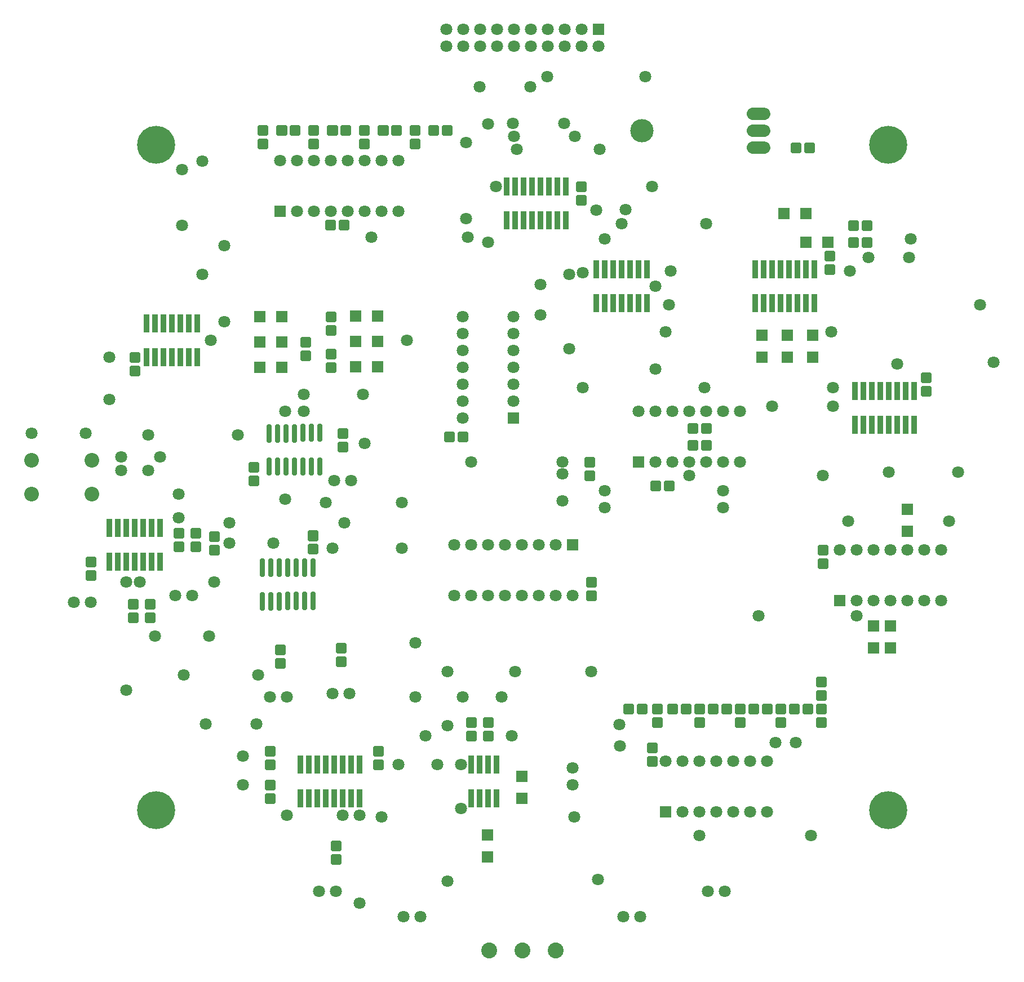
<source format=gbr>
G04 EAGLE Gerber RS-274X export*
G75*
%MOMM*%
%FSLAX34Y34*%
%LPD*%
%INSoldermask Bottom*%
%IPPOS*%
%AMOC8*
5,1,8,0,0,1.08239X$1,22.5*%
G01*
%ADD10C,1.803200*%
%ADD11C,0.480959*%
%ADD12R,1.703200X1.703200*%
%ADD13C,1.879600*%
%ADD14C,3.505200*%
%ADD15R,0.838200X2.703200*%
%ADD16R,1.803200X1.803200*%
%ADD17C,0.640219*%
%ADD18C,2.387600*%
%ADD19C,2.203200*%
%ADD20C,5.703200*%


D10*
X876300Y363220D03*
X876300Y337820D03*
D11*
X332209Y705589D02*
X332209Y716811D01*
X343431Y716811D01*
X343431Y705589D01*
X332209Y705589D01*
X332209Y710158D02*
X343431Y710158D01*
X343431Y714727D02*
X332209Y714727D01*
X332209Y696621D02*
X332209Y685399D01*
X332209Y696621D02*
X343431Y696621D01*
X343431Y685399D01*
X332209Y685399D01*
X332209Y689968D02*
X343431Y689968D01*
X343431Y694537D02*
X332209Y694537D01*
D10*
X518160Y795020D03*
X543560Y795020D03*
X421640Y469900D03*
X447040Y469900D03*
X515620Y474980D03*
X541020Y474980D03*
D11*
X909851Y616689D02*
X909851Y627911D01*
X909851Y616689D02*
X898629Y616689D01*
X898629Y627911D01*
X909851Y627911D01*
X909851Y621258D02*
X898629Y621258D01*
X898629Y625827D02*
X909851Y625827D01*
X909851Y636879D02*
X909851Y648101D01*
X909851Y636879D02*
X898629Y636879D01*
X898629Y648101D01*
X909851Y648101D01*
X909851Y641448D02*
X898629Y641448D01*
X898629Y646017D02*
X909851Y646017D01*
X1246609Y685269D02*
X1246609Y696491D01*
X1257831Y696491D01*
X1257831Y685269D01*
X1246609Y685269D01*
X1246609Y689838D02*
X1257831Y689838D01*
X1257831Y694407D02*
X1246609Y694407D01*
X1246609Y676301D02*
X1246609Y665079D01*
X1246609Y676301D02*
X1257831Y676301D01*
X1257831Y665079D01*
X1246609Y665079D01*
X1246609Y669648D02*
X1257831Y669648D01*
X1257831Y674217D02*
X1246609Y674217D01*
D10*
X152400Y612140D03*
X127000Y612140D03*
X279400Y622300D03*
X304800Y622300D03*
D11*
X146789Y667489D02*
X146789Y678711D01*
X158011Y678711D01*
X158011Y667489D01*
X146789Y667489D01*
X146789Y672058D02*
X158011Y672058D01*
X158011Y676627D02*
X146789Y676627D01*
X146789Y658521D02*
X146789Y647299D01*
X146789Y658521D02*
X158011Y658521D01*
X158011Y647299D01*
X146789Y647299D01*
X146789Y651868D02*
X158011Y651868D01*
X158011Y656437D02*
X146789Y656437D01*
X729511Y417091D02*
X729511Y405869D01*
X718289Y405869D01*
X718289Y417091D01*
X729511Y417091D01*
X729511Y410438D02*
X718289Y410438D01*
X718289Y415007D02*
X729511Y415007D01*
X729511Y426059D02*
X729511Y437281D01*
X729511Y426059D02*
X718289Y426059D01*
X718289Y437281D01*
X729511Y437281D01*
X729511Y430628D02*
X718289Y430628D01*
X718289Y435197D02*
X729511Y435197D01*
X427251Y323111D02*
X427251Y311889D01*
X416029Y311889D01*
X416029Y323111D01*
X427251Y323111D01*
X427251Y316458D02*
X416029Y316458D01*
X416029Y321027D02*
X427251Y321027D01*
X427251Y332079D02*
X427251Y343301D01*
X427251Y332079D02*
X416029Y332079D01*
X416029Y343301D01*
X427251Y343301D01*
X427251Y336648D02*
X416029Y336648D01*
X416029Y341217D02*
X427251Y341217D01*
X1001291Y367769D02*
X1001291Y378991D01*
X1001291Y367769D02*
X990069Y367769D01*
X990069Y378991D01*
X1001291Y378991D01*
X1001291Y372338D02*
X990069Y372338D01*
X990069Y376907D02*
X1001291Y376907D01*
X1001291Y387959D02*
X1001291Y399181D01*
X1001291Y387959D02*
X990069Y387959D01*
X990069Y399181D01*
X1001291Y399181D01*
X1001291Y392528D02*
X990069Y392528D01*
X990069Y397097D02*
X1001291Y397097D01*
X883389Y1231369D02*
X883389Y1242591D01*
X894611Y1242591D01*
X894611Y1231369D01*
X883389Y1231369D01*
X883389Y1235938D02*
X894611Y1235938D01*
X894611Y1240507D02*
X883389Y1240507D01*
X883389Y1222401D02*
X883389Y1211179D01*
X883389Y1222401D02*
X894611Y1222401D01*
X894611Y1211179D01*
X883389Y1211179D01*
X883389Y1215748D02*
X894611Y1215748D01*
X894611Y1220317D02*
X883389Y1220317D01*
X589811Y373911D02*
X589811Y362689D01*
X578589Y362689D01*
X578589Y373911D01*
X589811Y373911D01*
X589811Y367258D02*
X578589Y367258D01*
X578589Y371827D02*
X589811Y371827D01*
X589811Y382879D02*
X589811Y394101D01*
X589811Y382879D02*
X578589Y382879D01*
X578589Y394101D01*
X589811Y394101D01*
X589811Y387448D02*
X578589Y387448D01*
X578589Y392017D02*
X589811Y392017D01*
X212829Y974829D02*
X212829Y986051D01*
X224051Y986051D01*
X224051Y974829D01*
X212829Y974829D01*
X212829Y979398D02*
X224051Y979398D01*
X224051Y983967D02*
X212829Y983967D01*
X212829Y965861D02*
X212829Y954639D01*
X212829Y965861D02*
X224051Y965861D01*
X224051Y954639D01*
X212829Y954639D01*
X212829Y959208D02*
X224051Y959208D01*
X224051Y963777D02*
X212829Y963777D01*
X1292329Y1147549D02*
X1303551Y1147549D01*
X1292329Y1147549D02*
X1292329Y1158771D01*
X1303551Y1158771D01*
X1303551Y1147549D01*
X1303551Y1152118D02*
X1292329Y1152118D01*
X1292329Y1156687D02*
X1303551Y1156687D01*
X1312519Y1147549D02*
X1323741Y1147549D01*
X1312519Y1147549D02*
X1312519Y1158771D01*
X1323741Y1158771D01*
X1323741Y1147549D01*
X1323741Y1152118D02*
X1312519Y1152118D01*
X1312519Y1156687D02*
X1323741Y1156687D01*
X391899Y820951D02*
X391899Y809729D01*
X391899Y820951D02*
X403121Y820951D01*
X403121Y809729D01*
X391899Y809729D01*
X391899Y814298D02*
X403121Y814298D01*
X403121Y818867D02*
X391899Y818867D01*
X391899Y800761D02*
X391899Y789539D01*
X391899Y800761D02*
X403121Y800761D01*
X403121Y789539D01*
X391899Y789539D01*
X391899Y794108D02*
X403121Y794108D01*
X403121Y798677D02*
X391899Y798677D01*
D10*
X924560Y779780D03*
X924560Y754380D03*
X1102360Y779780D03*
X1102360Y754380D03*
D11*
X716811Y866671D02*
X705589Y866671D01*
X716811Y866671D02*
X716811Y855449D01*
X705589Y855449D01*
X705589Y866671D01*
X705589Y860018D02*
X716811Y860018D01*
X716811Y864587D02*
X705589Y864587D01*
X696621Y866671D02*
X685399Y866671D01*
X696621Y866671D02*
X696621Y855449D01*
X685399Y855449D01*
X685399Y866671D01*
X685399Y860018D02*
X696621Y860018D01*
X696621Y864587D02*
X685399Y864587D01*
X896089Y828571D02*
X896089Y817349D01*
X896089Y828571D02*
X907311Y828571D01*
X907311Y817349D01*
X896089Y817349D01*
X896089Y821918D02*
X907311Y821918D01*
X907311Y826487D02*
X896089Y826487D01*
X896089Y808381D02*
X896089Y797159D01*
X896089Y808381D02*
X907311Y808381D01*
X907311Y797159D01*
X896089Y797159D01*
X896089Y801728D02*
X907311Y801728D01*
X907311Y806297D02*
X896089Y806297D01*
X1267991Y1106909D02*
X1267991Y1118131D01*
X1267991Y1106909D02*
X1256769Y1106909D01*
X1256769Y1118131D01*
X1267991Y1118131D01*
X1267991Y1111478D02*
X1256769Y1111478D01*
X1256769Y1116047D02*
X1267991Y1116047D01*
X1267991Y1127099D02*
X1267991Y1138321D01*
X1267991Y1127099D02*
X1256769Y1127099D01*
X1256769Y1138321D01*
X1267991Y1138321D01*
X1267991Y1131668D02*
X1256769Y1131668D01*
X1256769Y1136237D02*
X1267991Y1136237D01*
X1412771Y935251D02*
X1412771Y924029D01*
X1401549Y924029D01*
X1401549Y935251D01*
X1412771Y935251D01*
X1412771Y928598D02*
X1401549Y928598D01*
X1401549Y933167D02*
X1412771Y933167D01*
X1412771Y944219D02*
X1412771Y955441D01*
X1412771Y944219D02*
X1401549Y944219D01*
X1401549Y955441D01*
X1412771Y955441D01*
X1412771Y948788D02*
X1401549Y948788D01*
X1401549Y953357D02*
X1412771Y953357D01*
X492021Y697761D02*
X492021Y686539D01*
X480799Y686539D01*
X480799Y697761D01*
X492021Y697761D01*
X492021Y691108D02*
X480799Y691108D01*
X480799Y695677D02*
X492021Y695677D01*
X492021Y706729D02*
X492021Y717951D01*
X492021Y706729D02*
X480799Y706729D01*
X480799Y717951D01*
X492021Y717951D01*
X492021Y711298D02*
X480799Y711298D01*
X480799Y715867D02*
X492021Y715867D01*
D12*
X748030Y229870D03*
X748030Y262870D03*
X582930Y1004570D03*
X549930Y1004570D03*
X582930Y1042670D03*
X549930Y1042670D03*
X1193800Y1196340D03*
X1226800Y1196340D03*
X1259840Y1153160D03*
X1226840Y1153160D03*
X1236980Y1013460D03*
X1236980Y980460D03*
X1198880Y1013460D03*
X1198880Y980460D03*
X1160780Y1013460D03*
X1160780Y980460D03*
X800100Y317500D03*
X800100Y350500D03*
X406400Y965200D03*
X439400Y965200D03*
X406400Y1003300D03*
X439400Y1003300D03*
X406400Y1041400D03*
X439400Y1041400D03*
X1328420Y576580D03*
X1328420Y543580D03*
X1353820Y576580D03*
X1353820Y543580D03*
X1379220Y718820D03*
X1379220Y751820D03*
X582930Y966470D03*
X549930Y966470D03*
D10*
X495300Y177800D03*
X520700Y177800D03*
X622300Y139700D03*
X647700Y139700D03*
X952500Y139700D03*
X977900Y139700D03*
X1079500Y177800D03*
X1104900Y177800D03*
D13*
X1147318Y1295400D02*
X1164082Y1295400D01*
X1164082Y1320800D02*
X1147318Y1320800D01*
X1147318Y1346200D02*
X1164082Y1346200D01*
D14*
X980440Y1320800D03*
D11*
X743689Y437411D02*
X743689Y426189D01*
X743689Y437411D02*
X754911Y437411D01*
X754911Y426189D01*
X743689Y426189D01*
X743689Y430758D02*
X754911Y430758D01*
X754911Y435327D02*
X743689Y435327D01*
X743689Y417221D02*
X743689Y405999D01*
X743689Y417221D02*
X754911Y417221D01*
X754911Y405999D01*
X743689Y405999D01*
X743689Y410568D02*
X754911Y410568D01*
X754911Y415137D02*
X743689Y415137D01*
X1040869Y457731D02*
X1052091Y457731D01*
X1052091Y446509D01*
X1040869Y446509D01*
X1040869Y457731D01*
X1040869Y451078D02*
X1052091Y451078D01*
X1052091Y455647D02*
X1040869Y455647D01*
X1031901Y457731D02*
X1020679Y457731D01*
X1031901Y457731D02*
X1031901Y446509D01*
X1020679Y446509D01*
X1020679Y457731D01*
X1020679Y451078D02*
X1031901Y451078D01*
X1031901Y455647D02*
X1020679Y455647D01*
X1008911Y437411D02*
X1008911Y426189D01*
X997689Y426189D01*
X997689Y437411D01*
X1008911Y437411D01*
X1008911Y430758D02*
X997689Y430758D01*
X997689Y435327D02*
X1008911Y435327D01*
X1008911Y446379D02*
X1008911Y457601D01*
X1008911Y446379D02*
X997689Y446379D01*
X997689Y457601D01*
X1008911Y457601D01*
X1008911Y450948D02*
X997689Y450948D01*
X997689Y455517D02*
X1008911Y455517D01*
X1255291Y466829D02*
X1255291Y478051D01*
X1255291Y466829D02*
X1244069Y466829D01*
X1244069Y478051D01*
X1255291Y478051D01*
X1255291Y471398D02*
X1244069Y471398D01*
X1244069Y475967D02*
X1255291Y475967D01*
X1255291Y487019D02*
X1255291Y498241D01*
X1255291Y487019D02*
X1244069Y487019D01*
X1244069Y498241D01*
X1255291Y498241D01*
X1255291Y491588D02*
X1244069Y491588D01*
X1244069Y496157D02*
X1255291Y496157D01*
X986051Y457731D02*
X974829Y457731D01*
X986051Y457731D02*
X986051Y446509D01*
X974829Y446509D01*
X974829Y457731D01*
X974829Y451078D02*
X986051Y451078D01*
X986051Y455647D02*
X974829Y455647D01*
X965861Y457731D02*
X954639Y457731D01*
X965861Y457731D02*
X965861Y446509D01*
X954639Y446509D01*
X954639Y457731D01*
X954639Y451078D02*
X965861Y451078D01*
X965861Y455647D02*
X954639Y455647D01*
X995149Y781789D02*
X1006371Y781789D01*
X995149Y781789D02*
X995149Y793011D01*
X1006371Y793011D01*
X1006371Y781789D01*
X1006371Y786358D02*
X995149Y786358D01*
X995149Y790927D02*
X1006371Y790927D01*
X1015339Y781789D02*
X1026561Y781789D01*
X1015339Y781789D02*
X1015339Y793011D01*
X1026561Y793011D01*
X1026561Y781789D01*
X1026561Y786358D02*
X1015339Y786358D01*
X1015339Y790927D02*
X1026561Y790927D01*
X1071349Y853971D02*
X1082571Y853971D01*
X1082571Y842749D01*
X1071349Y842749D01*
X1071349Y853971D01*
X1071349Y847318D02*
X1082571Y847318D01*
X1082571Y851887D02*
X1071349Y851887D01*
X1062381Y853971D02*
X1051159Y853971D01*
X1062381Y853971D02*
X1062381Y842749D01*
X1051159Y842749D01*
X1051159Y853971D01*
X1051159Y847318D02*
X1062381Y847318D01*
X1062381Y851887D02*
X1051159Y851887D01*
X1071349Y879371D02*
X1082571Y879371D01*
X1082571Y868149D01*
X1071349Y868149D01*
X1071349Y879371D01*
X1071349Y872718D02*
X1082571Y872718D01*
X1082571Y877287D02*
X1071349Y877287D01*
X1062381Y879371D02*
X1051159Y879371D01*
X1062381Y879371D02*
X1062381Y868149D01*
X1051159Y868149D01*
X1051159Y879371D01*
X1051159Y872718D02*
X1062381Y872718D01*
X1062381Y877287D02*
X1051159Y877287D01*
X526311Y231671D02*
X526311Y220449D01*
X515089Y220449D01*
X515089Y231671D01*
X526311Y231671D01*
X526311Y225018D02*
X515089Y225018D01*
X515089Y229587D02*
X526311Y229587D01*
X526311Y240639D02*
X526311Y251861D01*
X526311Y240639D02*
X515089Y240639D01*
X515089Y251861D01*
X526311Y251861D01*
X526311Y245208D02*
X515089Y245208D01*
X515089Y249777D02*
X526311Y249777D01*
X525249Y860529D02*
X525249Y871751D01*
X536471Y871751D01*
X536471Y860529D01*
X525249Y860529D01*
X525249Y865098D02*
X536471Y865098D01*
X536471Y869667D02*
X525249Y869667D01*
X525249Y851561D02*
X525249Y840339D01*
X525249Y851561D02*
X536471Y851561D01*
X536471Y840339D01*
X525249Y840339D01*
X525249Y844908D02*
X536471Y844908D01*
X536471Y849477D02*
X525249Y849477D01*
X1226289Y1301011D02*
X1237511Y1301011D01*
X1237511Y1289789D01*
X1226289Y1289789D01*
X1226289Y1301011D01*
X1226289Y1294358D02*
X1237511Y1294358D01*
X1237511Y1298927D02*
X1226289Y1298927D01*
X1217321Y1301011D02*
X1206099Y1301011D01*
X1217321Y1301011D02*
X1217321Y1289789D01*
X1206099Y1289789D01*
X1206099Y1301011D01*
X1206099Y1294358D02*
X1217321Y1294358D01*
X1217321Y1298927D02*
X1206099Y1298927D01*
X431269Y546631D02*
X431269Y535409D01*
X431269Y546631D02*
X442491Y546631D01*
X442491Y535409D01*
X431269Y535409D01*
X431269Y539978D02*
X442491Y539978D01*
X442491Y544547D02*
X431269Y544547D01*
X431269Y526441D02*
X431269Y515219D01*
X431269Y526441D02*
X442491Y526441D01*
X442491Y515219D01*
X431269Y515219D01*
X431269Y519788D02*
X442491Y519788D01*
X442491Y524357D02*
X431269Y524357D01*
X522709Y537949D02*
X522709Y549171D01*
X533931Y549171D01*
X533931Y537949D01*
X522709Y537949D01*
X522709Y542518D02*
X533931Y542518D01*
X533931Y547087D02*
X522709Y547087D01*
X522709Y528981D02*
X522709Y517759D01*
X522709Y528981D02*
X533931Y528981D01*
X533931Y517759D01*
X522709Y517759D01*
X522709Y522328D02*
X533931Y522328D01*
X533931Y526897D02*
X522709Y526897D01*
X1255291Y437411D02*
X1255291Y426189D01*
X1244069Y426189D01*
X1244069Y437411D01*
X1255291Y437411D01*
X1255291Y430758D02*
X1244069Y430758D01*
X1244069Y435327D02*
X1255291Y435327D01*
X1255291Y446379D02*
X1255291Y457601D01*
X1255291Y446379D02*
X1244069Y446379D01*
X1244069Y457601D01*
X1255291Y457601D01*
X1255291Y450948D02*
X1244069Y450948D01*
X1244069Y455517D02*
X1255291Y455517D01*
X246911Y583669D02*
X246911Y594891D01*
X246911Y583669D02*
X235689Y583669D01*
X235689Y594891D01*
X246911Y594891D01*
X246911Y588238D02*
X235689Y588238D01*
X235689Y592807D02*
X246911Y592807D01*
X246911Y603859D02*
X246911Y615081D01*
X246911Y603859D02*
X235689Y603859D01*
X235689Y615081D01*
X246911Y615081D01*
X246911Y608428D02*
X235689Y608428D01*
X235689Y612997D02*
X246911Y612997D01*
X210289Y615211D02*
X210289Y603989D01*
X210289Y615211D02*
X221511Y615211D01*
X221511Y603989D01*
X210289Y603989D01*
X210289Y608558D02*
X221511Y608558D01*
X221511Y613127D02*
X210289Y613127D01*
X210289Y595021D02*
X210289Y583799D01*
X210289Y595021D02*
X221511Y595021D01*
X221511Y583799D01*
X210289Y583799D01*
X210289Y588368D02*
X221511Y588368D01*
X221511Y592937D02*
X210289Y592937D01*
X278869Y710669D02*
X278869Y721891D01*
X290091Y721891D01*
X290091Y710669D01*
X278869Y710669D01*
X278869Y715238D02*
X290091Y715238D01*
X290091Y719807D02*
X278869Y719807D01*
X278869Y701701D02*
X278869Y690479D01*
X278869Y701701D02*
X290091Y701701D01*
X290091Y690479D01*
X278869Y690479D01*
X278869Y695048D02*
X290091Y695048D01*
X290091Y699617D02*
X278869Y699617D01*
X304269Y710669D02*
X304269Y721891D01*
X315491Y721891D01*
X315491Y710669D01*
X304269Y710669D01*
X304269Y715238D02*
X315491Y715238D01*
X315491Y719807D02*
X304269Y719807D01*
X304269Y701701D02*
X304269Y690479D01*
X304269Y701701D02*
X315491Y701701D01*
X315491Y690479D01*
X304269Y690479D01*
X304269Y695048D02*
X315491Y695048D01*
X315491Y699617D02*
X304269Y699617D01*
X1292329Y1172949D02*
X1303551Y1172949D01*
X1292329Y1172949D02*
X1292329Y1184171D01*
X1303551Y1184171D01*
X1303551Y1172949D01*
X1303551Y1177518D02*
X1292329Y1177518D01*
X1292329Y1182087D02*
X1303551Y1182087D01*
X1312519Y1172949D02*
X1323741Y1172949D01*
X1312519Y1172949D02*
X1312519Y1184171D01*
X1323741Y1184171D01*
X1323741Y1172949D01*
X1323741Y1177518D02*
X1312519Y1177518D01*
X1312519Y1182087D02*
X1323741Y1182087D01*
X645277Y1295718D02*
X645277Y1306940D01*
X645277Y1295718D02*
X634055Y1295718D01*
X634055Y1306940D01*
X645277Y1306940D01*
X645277Y1300287D02*
X634055Y1300287D01*
X634055Y1304856D02*
X645277Y1304856D01*
X645277Y1315908D02*
X645277Y1327130D01*
X645277Y1315908D02*
X634055Y1315908D01*
X634055Y1327130D01*
X645277Y1327130D01*
X645277Y1320477D02*
X634055Y1320477D01*
X634055Y1325046D02*
X645277Y1325046D01*
X1223749Y457731D02*
X1234971Y457731D01*
X1234971Y446509D01*
X1223749Y446509D01*
X1223749Y457731D01*
X1223749Y451078D02*
X1234971Y451078D01*
X1234971Y455647D02*
X1223749Y455647D01*
X1214781Y457731D02*
X1203559Y457731D01*
X1214781Y457731D02*
X1214781Y446509D01*
X1203559Y446509D01*
X1203559Y457731D01*
X1203559Y451078D02*
X1214781Y451078D01*
X1214781Y455647D02*
X1203559Y455647D01*
X617337Y1327260D02*
X606115Y1327260D01*
X617337Y1327260D02*
X617337Y1316038D01*
X606115Y1316038D01*
X606115Y1327260D01*
X606115Y1320607D02*
X617337Y1320607D01*
X617337Y1325176D02*
X606115Y1325176D01*
X597147Y1327260D02*
X585925Y1327260D01*
X597147Y1327260D02*
X597147Y1316038D01*
X585925Y1316038D01*
X585925Y1327260D01*
X585925Y1320607D02*
X597147Y1320607D01*
X597147Y1325176D02*
X585925Y1325176D01*
X569077Y1306940D02*
X569077Y1295718D01*
X557855Y1295718D01*
X557855Y1306940D01*
X569077Y1306940D01*
X569077Y1300287D02*
X557855Y1300287D01*
X557855Y1304856D02*
X569077Y1304856D01*
X569077Y1315908D02*
X569077Y1327130D01*
X569077Y1315908D02*
X557855Y1315908D01*
X557855Y1327130D01*
X569077Y1327130D01*
X569077Y1320477D02*
X557855Y1320477D01*
X557855Y1325046D02*
X569077Y1325046D01*
X541137Y1327260D02*
X529915Y1327260D01*
X541137Y1327260D02*
X541137Y1316038D01*
X529915Y1316038D01*
X529915Y1327260D01*
X529915Y1320607D02*
X541137Y1320607D01*
X541137Y1325176D02*
X529915Y1325176D01*
X520947Y1327260D02*
X509725Y1327260D01*
X520947Y1327260D02*
X520947Y1316038D01*
X509725Y1316038D01*
X509725Y1327260D01*
X509725Y1320607D02*
X520947Y1320607D01*
X520947Y1325176D02*
X509725Y1325176D01*
X492877Y1306940D02*
X492877Y1295718D01*
X481655Y1295718D01*
X481655Y1306940D01*
X492877Y1306940D01*
X492877Y1300287D02*
X481655Y1300287D01*
X481655Y1304856D02*
X492877Y1304856D01*
X492877Y1315908D02*
X492877Y1327130D01*
X492877Y1315908D02*
X481655Y1315908D01*
X481655Y1327130D01*
X492877Y1327130D01*
X492877Y1320477D02*
X481655Y1320477D01*
X481655Y1325046D02*
X492877Y1325046D01*
X464937Y1327260D02*
X453715Y1327260D01*
X464937Y1327260D02*
X464937Y1316038D01*
X453715Y1316038D01*
X453715Y1327260D01*
X453715Y1320607D02*
X464937Y1320607D01*
X464937Y1325176D02*
X453715Y1325176D01*
X444747Y1327260D02*
X433525Y1327260D01*
X444747Y1327260D02*
X444747Y1316038D01*
X433525Y1316038D01*
X433525Y1327260D01*
X433525Y1320607D02*
X444747Y1320607D01*
X444747Y1325176D02*
X433525Y1325176D01*
X416677Y1306940D02*
X416677Y1295718D01*
X405455Y1295718D01*
X405455Y1306940D01*
X416677Y1306940D01*
X416677Y1300287D02*
X405455Y1300287D01*
X405455Y1304856D02*
X416677Y1304856D01*
X416677Y1315908D02*
X416677Y1327130D01*
X416677Y1315908D02*
X405455Y1315908D01*
X405455Y1327130D01*
X416677Y1327130D01*
X416677Y1320477D02*
X405455Y1320477D01*
X405455Y1325046D02*
X416677Y1325046D01*
X661995Y1316038D02*
X673217Y1316038D01*
X661995Y1316038D02*
X661995Y1327260D01*
X673217Y1327260D01*
X673217Y1316038D01*
X673217Y1320607D02*
X661995Y1320607D01*
X661995Y1325176D02*
X673217Y1325176D01*
X682185Y1316038D02*
X693407Y1316038D01*
X682185Y1316038D02*
X682185Y1327260D01*
X693407Y1327260D01*
X693407Y1316038D01*
X693407Y1320607D02*
X682185Y1320607D01*
X682185Y1325176D02*
X693407Y1325176D01*
X427251Y373911D02*
X427251Y362689D01*
X416029Y362689D01*
X416029Y373911D01*
X427251Y373911D01*
X427251Y367258D02*
X416029Y367258D01*
X416029Y371827D02*
X427251Y371827D01*
X427251Y382879D02*
X427251Y394101D01*
X427251Y382879D02*
X416029Y382879D01*
X416029Y394101D01*
X427251Y394101D01*
X427251Y387448D02*
X416029Y387448D01*
X416029Y392017D02*
X427251Y392017D01*
X1194331Y426189D02*
X1194331Y437411D01*
X1194331Y426189D02*
X1183109Y426189D01*
X1183109Y437411D01*
X1194331Y437411D01*
X1194331Y430758D02*
X1183109Y430758D01*
X1183109Y435327D02*
X1194331Y435327D01*
X1194331Y446379D02*
X1194331Y457601D01*
X1194331Y446379D02*
X1183109Y446379D01*
X1183109Y457601D01*
X1194331Y457601D01*
X1194331Y450948D02*
X1183109Y450948D01*
X1183109Y455517D02*
X1194331Y455517D01*
X1174011Y457731D02*
X1162789Y457731D01*
X1174011Y457731D02*
X1174011Y446509D01*
X1162789Y446509D01*
X1162789Y457731D01*
X1162789Y451078D02*
X1174011Y451078D01*
X1174011Y455647D02*
X1162789Y455647D01*
X1153821Y457731D02*
X1142599Y457731D01*
X1153821Y457731D02*
X1153821Y446509D01*
X1142599Y446509D01*
X1142599Y457731D01*
X1142599Y451078D02*
X1153821Y451078D01*
X1153821Y455647D02*
X1142599Y455647D01*
X1133371Y437411D02*
X1133371Y426189D01*
X1122149Y426189D01*
X1122149Y437411D01*
X1133371Y437411D01*
X1133371Y430758D02*
X1122149Y430758D01*
X1122149Y435327D02*
X1133371Y435327D01*
X1133371Y446379D02*
X1133371Y457601D01*
X1133371Y446379D02*
X1122149Y446379D01*
X1122149Y457601D01*
X1133371Y457601D01*
X1133371Y450948D02*
X1122149Y450948D01*
X1122149Y455517D02*
X1133371Y455517D01*
X1113051Y457731D02*
X1101829Y457731D01*
X1113051Y457731D02*
X1113051Y446509D01*
X1101829Y446509D01*
X1101829Y457731D01*
X1101829Y451078D02*
X1113051Y451078D01*
X1113051Y455647D02*
X1101829Y455647D01*
X1092861Y457731D02*
X1081639Y457731D01*
X1092861Y457731D02*
X1092861Y446509D01*
X1081639Y446509D01*
X1081639Y457731D01*
X1081639Y451078D02*
X1092861Y451078D01*
X1092861Y455647D02*
X1081639Y455647D01*
X1072411Y437411D02*
X1072411Y426189D01*
X1061189Y426189D01*
X1061189Y437411D01*
X1072411Y437411D01*
X1072411Y430758D02*
X1061189Y430758D01*
X1061189Y435327D02*
X1072411Y435327D01*
X1072411Y446379D02*
X1072411Y457601D01*
X1072411Y446379D02*
X1061189Y446379D01*
X1061189Y457601D01*
X1072411Y457601D01*
X1072411Y450948D02*
X1061189Y450948D01*
X1061189Y455517D02*
X1072411Y455517D01*
D15*
X762000Y317500D03*
X749300Y317500D03*
X736600Y317500D03*
X723900Y317500D03*
X723900Y368300D03*
X736600Y368300D03*
X749300Y368300D03*
X762000Y368300D03*
X256540Y673100D03*
X243840Y673100D03*
X231140Y673100D03*
X218440Y673100D03*
X205740Y673100D03*
X193040Y673100D03*
X180340Y673100D03*
X180340Y723900D03*
X193040Y723900D03*
X205740Y723900D03*
X218440Y723900D03*
X231140Y723900D03*
X243840Y723900D03*
X256540Y723900D03*
X1389380Y878840D03*
X1376680Y878840D03*
X1363980Y878840D03*
X1351280Y878840D03*
X1338580Y878840D03*
X1325880Y878840D03*
X1313180Y878840D03*
X1300480Y878840D03*
X1300480Y929640D03*
X1313180Y929640D03*
X1325880Y929640D03*
X1338580Y929640D03*
X1351280Y929640D03*
X1363980Y929640D03*
X1376680Y929640D03*
X1389380Y929640D03*
X1239520Y1061720D03*
X1226820Y1061720D03*
X1214120Y1061720D03*
X1201420Y1061720D03*
X1188720Y1061720D03*
X1176020Y1061720D03*
X1163320Y1061720D03*
X1150620Y1061720D03*
X1150620Y1112520D03*
X1163320Y1112520D03*
X1176020Y1112520D03*
X1188720Y1112520D03*
X1201420Y1112520D03*
X1214120Y1112520D03*
X1226820Y1112520D03*
X1239520Y1112520D03*
X866140Y1186180D03*
X853440Y1186180D03*
X840740Y1186180D03*
X828040Y1186180D03*
X815340Y1186180D03*
X802640Y1186180D03*
X789940Y1186180D03*
X777240Y1186180D03*
X777240Y1236980D03*
X789940Y1236980D03*
X802640Y1236980D03*
X815340Y1236980D03*
X828040Y1236980D03*
X840740Y1236980D03*
X853440Y1236980D03*
X866140Y1236980D03*
D16*
X436466Y1199729D03*
D10*
X461866Y1199729D03*
X487266Y1199729D03*
X512666Y1199729D03*
X538066Y1199729D03*
X563466Y1199729D03*
X588866Y1199729D03*
X614266Y1199729D03*
X614266Y1275929D03*
X588866Y1275929D03*
X563466Y1275929D03*
X538066Y1275929D03*
X512666Y1275929D03*
X487266Y1275929D03*
X461866Y1275929D03*
X436466Y1275929D03*
D15*
X988060Y1061720D03*
X975360Y1061720D03*
X962660Y1061720D03*
X949960Y1061720D03*
X937260Y1061720D03*
X924560Y1061720D03*
X911860Y1061720D03*
X911860Y1112520D03*
X924560Y1112520D03*
X937260Y1112520D03*
X949960Y1112520D03*
X962660Y1112520D03*
X975360Y1112520D03*
X988060Y1112520D03*
D16*
X1277620Y614680D03*
D10*
X1303020Y614680D03*
X1328420Y614680D03*
X1353820Y614680D03*
X1379220Y614680D03*
X1404620Y614680D03*
X1430020Y614680D03*
X1430020Y690880D03*
X1404620Y690880D03*
X1379220Y690880D03*
X1353820Y690880D03*
X1328420Y690880D03*
X1303020Y690880D03*
X1277620Y690880D03*
D16*
X876300Y698500D03*
D10*
X850900Y698500D03*
X825500Y698500D03*
X800100Y698500D03*
X774700Y698500D03*
X749300Y698500D03*
X723900Y698500D03*
X698500Y698500D03*
X698500Y622300D03*
X723900Y622300D03*
X749300Y622300D03*
X774700Y622300D03*
X800100Y622300D03*
X825500Y622300D03*
X850900Y622300D03*
X876300Y622300D03*
D16*
X1016000Y297180D03*
D10*
X1041400Y297180D03*
X1066800Y297180D03*
X1092200Y297180D03*
X1117600Y297180D03*
X1143000Y297180D03*
X1168400Y297180D03*
X1168400Y373380D03*
X1143000Y373380D03*
X1117600Y373380D03*
X1092200Y373380D03*
X1066800Y373380D03*
X1041400Y373380D03*
X1016000Y373380D03*
D16*
X787400Y889000D03*
D10*
X787400Y914400D03*
X787400Y939800D03*
X787400Y965200D03*
X787400Y990600D03*
X787400Y1016000D03*
X787400Y1041400D03*
X711200Y1041400D03*
X711200Y1016000D03*
X711200Y990600D03*
X711200Y965200D03*
X711200Y939800D03*
X711200Y914400D03*
X711200Y889000D03*
D16*
X975360Y822960D03*
D10*
X1000760Y822960D03*
X1026160Y822960D03*
X1051560Y822960D03*
X1076960Y822960D03*
X1102360Y822960D03*
X1127760Y822960D03*
X1127760Y899160D03*
X1102360Y899160D03*
X1076960Y899160D03*
X1051560Y899160D03*
X1026160Y899160D03*
X1000760Y899160D03*
X975360Y899160D03*
D15*
X236220Y1031240D03*
X248920Y1031240D03*
X261620Y1031240D03*
X274320Y1031240D03*
X287020Y1031240D03*
X299720Y1031240D03*
X312420Y1031240D03*
X312420Y980440D03*
X299720Y980440D03*
X287020Y980440D03*
X274320Y980440D03*
X261620Y980440D03*
X248920Y980440D03*
X236220Y980440D03*
X556260Y317500D03*
X543560Y317500D03*
X530860Y317500D03*
X518160Y317500D03*
X505460Y317500D03*
X492760Y317500D03*
X480060Y317500D03*
X467360Y317500D03*
X467360Y368300D03*
X480060Y368300D03*
X492760Y368300D03*
X505460Y368300D03*
X518160Y368300D03*
X530860Y368300D03*
X543560Y368300D03*
X556260Y368300D03*
D17*
X419805Y855825D02*
X419805Y876455D01*
X420935Y876455D01*
X420935Y855825D01*
X419805Y855825D01*
X419805Y861907D02*
X420935Y861907D01*
X420935Y867989D02*
X419805Y867989D01*
X419805Y874071D02*
X420935Y874071D01*
X432505Y876455D02*
X432505Y855825D01*
X432505Y876455D02*
X433635Y876455D01*
X433635Y855825D01*
X432505Y855825D01*
X432505Y861907D02*
X433635Y861907D01*
X433635Y867989D02*
X432505Y867989D01*
X432505Y874071D02*
X433635Y874071D01*
X445205Y876455D02*
X445205Y855825D01*
X445205Y876455D02*
X446335Y876455D01*
X446335Y855825D01*
X445205Y855825D01*
X445205Y861907D02*
X446335Y861907D01*
X446335Y867989D02*
X445205Y867989D01*
X445205Y874071D02*
X446335Y874071D01*
X457905Y876455D02*
X457905Y855825D01*
X457905Y876455D02*
X459035Y876455D01*
X459035Y855825D01*
X457905Y855825D01*
X457905Y861907D02*
X459035Y861907D01*
X459035Y867989D02*
X457905Y867989D01*
X457905Y874071D02*
X459035Y874071D01*
X496005Y826555D02*
X496005Y805925D01*
X496005Y826555D02*
X497135Y826555D01*
X497135Y805925D01*
X496005Y805925D01*
X496005Y812007D02*
X497135Y812007D01*
X497135Y818089D02*
X496005Y818089D01*
X496005Y824171D02*
X497135Y824171D01*
X496005Y856725D02*
X496005Y877355D01*
X497135Y877355D01*
X497135Y856725D01*
X496005Y856725D01*
X496005Y862807D02*
X497135Y862807D01*
X497135Y868889D02*
X496005Y868889D01*
X496005Y874971D02*
X497135Y874971D01*
X483305Y877355D02*
X483305Y856725D01*
X483305Y877355D02*
X484435Y877355D01*
X484435Y856725D01*
X483305Y856725D01*
X483305Y862807D02*
X484435Y862807D01*
X484435Y868889D02*
X483305Y868889D01*
X483305Y874971D02*
X484435Y874971D01*
X470605Y877355D02*
X470605Y856725D01*
X470605Y877355D02*
X471735Y877355D01*
X471735Y856725D01*
X470605Y856725D01*
X470605Y862807D02*
X471735Y862807D01*
X471735Y868889D02*
X470605Y868889D01*
X470605Y874971D02*
X471735Y874971D01*
X483305Y826555D02*
X483305Y805925D01*
X483305Y826555D02*
X484435Y826555D01*
X484435Y805925D01*
X483305Y805925D01*
X483305Y812007D02*
X484435Y812007D01*
X484435Y818089D02*
X483305Y818089D01*
X483305Y824171D02*
X484435Y824171D01*
X470605Y826555D02*
X470605Y805925D01*
X470605Y826555D02*
X471735Y826555D01*
X471735Y805925D01*
X470605Y805925D01*
X470605Y812007D02*
X471735Y812007D01*
X471735Y818089D02*
X470605Y818089D01*
X470605Y824171D02*
X471735Y824171D01*
X457905Y826555D02*
X457905Y805925D01*
X457905Y826555D02*
X459035Y826555D01*
X459035Y805925D01*
X457905Y805925D01*
X457905Y812007D02*
X459035Y812007D01*
X459035Y818089D02*
X457905Y818089D01*
X457905Y824171D02*
X459035Y824171D01*
X445205Y826555D02*
X445205Y805925D01*
X445205Y826555D02*
X446335Y826555D01*
X446335Y805925D01*
X445205Y805925D01*
X445205Y812007D02*
X446335Y812007D01*
X446335Y818089D02*
X445205Y818089D01*
X445205Y824171D02*
X446335Y824171D01*
X432505Y826555D02*
X432505Y805925D01*
X432505Y826555D02*
X433635Y826555D01*
X433635Y805925D01*
X432505Y805925D01*
X432505Y812007D02*
X433635Y812007D01*
X433635Y818089D02*
X432505Y818089D01*
X432505Y824171D02*
X433635Y824171D01*
X419805Y826555D02*
X419805Y805925D01*
X419805Y826555D02*
X420935Y826555D01*
X420935Y805925D01*
X419805Y805925D01*
X419805Y812007D02*
X420935Y812007D01*
X420935Y818089D02*
X419805Y818089D01*
X419805Y824171D02*
X420935Y824171D01*
X486975Y624995D02*
X486975Y604365D01*
X485845Y604365D01*
X485845Y624995D01*
X486975Y624995D01*
X486975Y610447D02*
X485845Y610447D01*
X485845Y616529D02*
X486975Y616529D01*
X486975Y622611D02*
X485845Y622611D01*
X474275Y624995D02*
X474275Y604365D01*
X473145Y604365D01*
X473145Y624995D01*
X474275Y624995D01*
X474275Y610447D02*
X473145Y610447D01*
X473145Y616529D02*
X474275Y616529D01*
X474275Y622611D02*
X473145Y622611D01*
X461575Y624995D02*
X461575Y604365D01*
X460445Y604365D01*
X460445Y624995D01*
X461575Y624995D01*
X461575Y610447D02*
X460445Y610447D01*
X460445Y616529D02*
X461575Y616529D01*
X461575Y622611D02*
X460445Y622611D01*
X448875Y624995D02*
X448875Y604365D01*
X447745Y604365D01*
X447745Y624995D01*
X448875Y624995D01*
X448875Y610447D02*
X447745Y610447D01*
X447745Y616529D02*
X448875Y616529D01*
X448875Y622611D02*
X447745Y622611D01*
X410775Y654265D02*
X410775Y674895D01*
X410775Y654265D02*
X409645Y654265D01*
X409645Y674895D01*
X410775Y674895D01*
X410775Y660347D02*
X409645Y660347D01*
X409645Y666429D02*
X410775Y666429D01*
X410775Y672511D02*
X409645Y672511D01*
X410775Y624095D02*
X410775Y603465D01*
X409645Y603465D01*
X409645Y624095D01*
X410775Y624095D01*
X410775Y609547D02*
X409645Y609547D01*
X409645Y615629D02*
X410775Y615629D01*
X410775Y621711D02*
X409645Y621711D01*
X423475Y624095D02*
X423475Y603465D01*
X422345Y603465D01*
X422345Y624095D01*
X423475Y624095D01*
X423475Y609547D02*
X422345Y609547D01*
X422345Y615629D02*
X423475Y615629D01*
X423475Y621711D02*
X422345Y621711D01*
X436175Y624095D02*
X436175Y603465D01*
X435045Y603465D01*
X435045Y624095D01*
X436175Y624095D01*
X436175Y609547D02*
X435045Y609547D01*
X435045Y615629D02*
X436175Y615629D01*
X436175Y621711D02*
X435045Y621711D01*
X423475Y654265D02*
X423475Y674895D01*
X423475Y654265D02*
X422345Y654265D01*
X422345Y674895D01*
X423475Y674895D01*
X423475Y660347D02*
X422345Y660347D01*
X422345Y666429D02*
X423475Y666429D01*
X423475Y672511D02*
X422345Y672511D01*
X436175Y674895D02*
X436175Y654265D01*
X435045Y654265D01*
X435045Y674895D01*
X436175Y674895D01*
X436175Y660347D02*
X435045Y660347D01*
X435045Y666429D02*
X436175Y666429D01*
X436175Y672511D02*
X435045Y672511D01*
X448875Y674895D02*
X448875Y654265D01*
X447745Y654265D01*
X447745Y674895D01*
X448875Y674895D01*
X448875Y660347D02*
X447745Y660347D01*
X447745Y666429D02*
X448875Y666429D01*
X448875Y672511D02*
X447745Y672511D01*
X461575Y674895D02*
X461575Y654265D01*
X460445Y654265D01*
X460445Y674895D01*
X461575Y674895D01*
X461575Y660347D02*
X460445Y660347D01*
X460445Y666429D02*
X461575Y666429D01*
X461575Y672511D02*
X460445Y672511D01*
X474275Y674895D02*
X474275Y654265D01*
X473145Y654265D01*
X473145Y674895D01*
X474275Y674895D01*
X474275Y660347D02*
X473145Y660347D01*
X473145Y666429D02*
X474275Y666429D01*
X474275Y672511D02*
X473145Y672511D01*
X486975Y674895D02*
X486975Y654265D01*
X485845Y654265D01*
X485845Y674895D01*
X486975Y674895D01*
X486975Y660347D02*
X485845Y660347D01*
X485845Y666429D02*
X486975Y666429D01*
X486975Y672511D02*
X485845Y672511D01*
D18*
X750619Y88863D03*
X800619Y88863D03*
X850619Y88863D03*
D11*
X518277Y1173798D02*
X507055Y1173798D01*
X507055Y1185020D01*
X518277Y1185020D01*
X518277Y1173798D01*
X518277Y1178367D02*
X507055Y1178367D01*
X507055Y1182936D02*
X518277Y1182936D01*
X527245Y1173798D02*
X538467Y1173798D01*
X527245Y1173798D02*
X527245Y1185020D01*
X538467Y1185020D01*
X538467Y1173798D01*
X538467Y1178367D02*
X527245Y1178367D01*
X527245Y1182936D02*
X538467Y1182936D01*
D19*
X63500Y825500D03*
X63500Y774700D03*
D16*
X915060Y1473200D03*
D10*
X915060Y1447800D03*
X889660Y1473200D03*
X889660Y1447800D03*
X864260Y1473200D03*
X864260Y1447800D03*
X838860Y1473200D03*
X838860Y1447800D03*
X813460Y1473200D03*
X813460Y1447800D03*
X788060Y1473200D03*
X788060Y1447800D03*
X762660Y1473200D03*
X762660Y1447800D03*
X737260Y1473200D03*
X737260Y1447800D03*
X711860Y1473200D03*
X711860Y1447800D03*
X686460Y1473200D03*
X686460Y1447800D03*
D11*
X518691Y970811D02*
X518691Y959589D01*
X507469Y959589D01*
X507469Y970811D01*
X518691Y970811D01*
X518691Y964158D02*
X507469Y964158D01*
X507469Y968727D02*
X518691Y968727D01*
X518691Y979779D02*
X518691Y991001D01*
X518691Y979779D02*
X507469Y979779D01*
X507469Y991001D01*
X518691Y991001D01*
X518691Y984348D02*
X507469Y984348D01*
X507469Y988917D02*
X518691Y988917D01*
X469369Y997689D02*
X469369Y1008911D01*
X480591Y1008911D01*
X480591Y997689D01*
X469369Y997689D01*
X469369Y1002258D02*
X480591Y1002258D01*
X480591Y1006827D02*
X469369Y1006827D01*
X469369Y988721D02*
X469369Y977499D01*
X469369Y988721D02*
X480591Y988721D01*
X480591Y977499D01*
X469369Y977499D01*
X469369Y982068D02*
X480591Y982068D01*
X480591Y986637D02*
X469369Y986637D01*
X507469Y1035789D02*
X507469Y1047011D01*
X518691Y1047011D01*
X518691Y1035789D01*
X507469Y1035789D01*
X507469Y1040358D02*
X518691Y1040358D01*
X518691Y1044927D02*
X507469Y1044927D01*
X507469Y1026821D02*
X507469Y1015599D01*
X507469Y1026821D02*
X518691Y1026821D01*
X518691Y1015599D01*
X507469Y1015599D01*
X507469Y1020168D02*
X518691Y1020168D01*
X518691Y1024737D02*
X507469Y1024737D01*
D19*
X153852Y825500D03*
X153852Y774700D03*
D10*
X284480Y739140D03*
X284480Y774700D03*
X180340Y916940D03*
X180340Y980440D03*
X716280Y1303020D03*
X716280Y1188720D03*
X789940Y508000D03*
X904240Y508000D03*
X723900Y822960D03*
X861060Y822960D03*
X1320800Y1130300D03*
X1381760Y1130300D03*
X1290320Y734060D03*
X1441830Y734060D03*
X1051560Y802640D03*
X1252220Y802640D03*
X947420Y396240D03*
X946689Y428529D03*
X614680Y368300D03*
X673100Y368300D03*
X426720Y701040D03*
X360680Y701040D03*
X238760Y810260D03*
X198120Y810260D03*
X144780Y866140D03*
X63500Y866140D03*
X226060Y642620D03*
X337820Y642620D03*
X373380Y863600D03*
X238760Y863600D03*
X515620Y693420D03*
X619760Y693420D03*
X861060Y764540D03*
X861060Y805180D03*
X955358Y1202180D03*
X911860Y1201420D03*
X891540Y1107440D03*
X891540Y934720D03*
X711200Y469900D03*
X769620Y469900D03*
X248920Y561340D03*
X330200Y561340D03*
X655320Y411480D03*
X784860Y411480D03*
X708660Y368300D03*
X708660Y302260D03*
X1000760Y962660D03*
X1000760Y1087120D03*
X1023620Y1109980D03*
X1292860Y1109980D03*
X688340Y426720D03*
X688340Y508000D03*
X838200Y1402080D03*
X985520Y1402080D03*
X1181100Y401320D03*
X1211580Y401320D03*
X1066800Y261620D03*
X1234440Y261620D03*
X627380Y1005840D03*
X332740Y1005840D03*
X530860Y292100D03*
X447040Y292100D03*
X736600Y1386840D03*
X812800Y1386840D03*
X916940Y1292860D03*
X792480Y1292860D03*
X879500Y1312520D03*
X788131Y1312449D03*
X786130Y1332230D03*
X862990Y1332230D03*
X1176020Y906780D03*
X1267460Y906780D03*
X556260Y292100D03*
X556260Y160020D03*
X1488440Y1059180D03*
X1021080Y1059180D03*
X878840Y289560D03*
X589280Y289560D03*
X1384300Y1158240D03*
X924560Y1158240D03*
X688340Y193040D03*
X914400Y195580D03*
X749300Y1330960D03*
X749300Y1153160D03*
X640080Y551180D03*
X640080Y469900D03*
X472440Y899160D03*
X472440Y924560D03*
X444500Y899160D03*
X444500Y767080D03*
X505460Y762000D03*
X619760Y762000D03*
X320040Y1104900D03*
X320040Y1275080D03*
X563880Y850900D03*
X561340Y924560D03*
X403860Y502920D03*
X292100Y502920D03*
X401320Y429260D03*
X325120Y429260D03*
X871220Y1104900D03*
X871220Y993140D03*
X1074420Y934720D03*
X1267460Y934720D03*
X1264920Y1018540D03*
X1016000Y1018540D03*
X828040Y1043940D03*
X828040Y1089660D03*
X1351280Y807720D03*
X1455420Y807720D03*
X1155700Y591820D03*
X1303020Y591820D03*
X205740Y642620D03*
X205740Y480060D03*
X1508760Y972820D03*
X1363980Y970280D03*
X289560Y1178560D03*
X289560Y1262380D03*
X949960Y1181100D03*
X1076960Y1181100D03*
X761110Y1236980D03*
X995680Y1236980D03*
X353060Y1033780D03*
X353060Y1148080D03*
X381000Y381000D03*
X381000Y337820D03*
X574040Y1160780D03*
X718820Y1160780D03*
D20*
X250000Y1300000D03*
X1350000Y1300000D03*
X250000Y300000D03*
X1350000Y300000D03*
D10*
X533400Y731520D03*
X198120Y830580D03*
X256540Y830580D03*
X360680Y731520D03*
M02*

</source>
